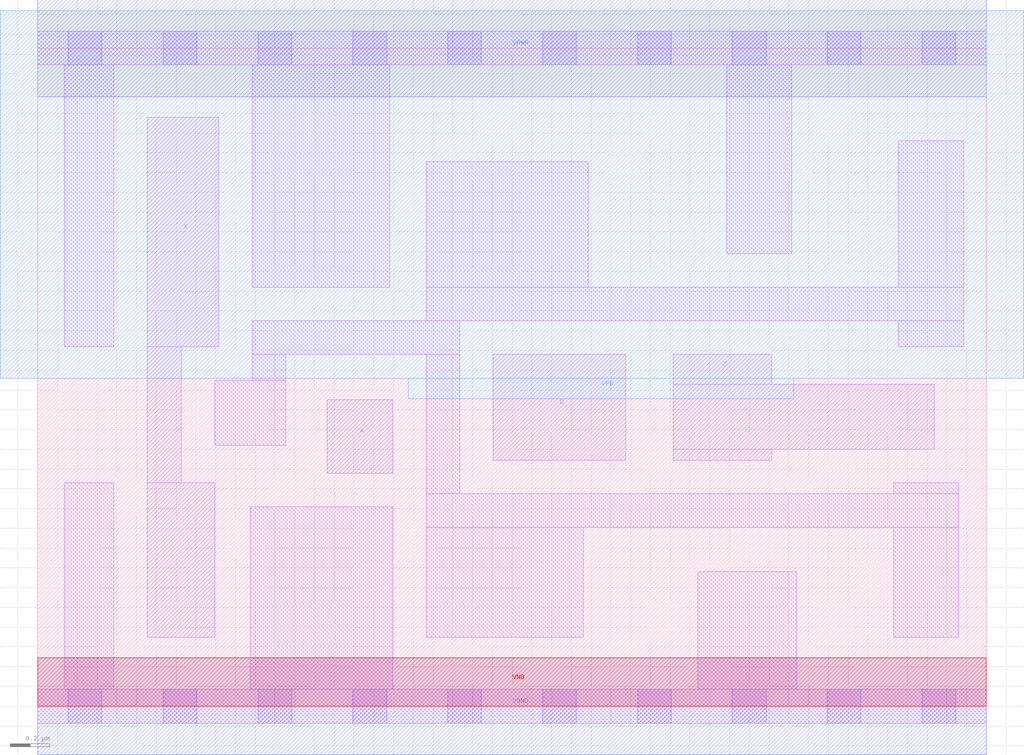
<source format=lef>
# Copyright 2020 The SkyWater PDK Authors
#
# Licensed under the Apache License, Version 2.0 (the "License");
# you may not use this file except in compliance with the License.
# You may obtain a copy of the License at
#
#     https://www.apache.org/licenses/LICENSE-2.0
#
# Unless required by applicable law or agreed to in writing, software
# distributed under the License is distributed on an "AS IS" BASIS,
# WITHOUT WARRANTIES OR CONDITIONS OF ANY KIND, either express or implied.
# See the License for the specific language governing permissions and
# limitations under the License.
#
# SPDX-License-Identifier: Apache-2.0

VERSION 5.7 ;
  NOWIREEXTENSIONATPIN ON ;
  DIVIDERCHAR "/" ;
  BUSBITCHARS "[]" ;
MACRO sky130_fd_sc_ls__maj3_2
  CLASS CORE ;
  FOREIGN sky130_fd_sc_ls__maj3_2 ;
  ORIGIN  0.000000  0.000000 ;
  SIZE  4.800000 BY  3.330000 ;
  SYMMETRY X Y ;
  SITE unit ;
  PIN A
    ANTENNAGATEAREA  0.522000 ;
    DIRECTION INPUT ;
    USE SIGNAL ;
    PORT
      LAYER li1 ;
        RECT 1.465000 1.180000 1.795000 1.550000 ;
    END
  END A
  PIN B
    ANTENNAGATEAREA  0.522000 ;
    DIRECTION INPUT ;
    USE SIGNAL ;
    PORT
      LAYER li1 ;
        RECT 2.305000 1.245000 2.975000 1.780000 ;
    END
  END B
  PIN C
    ANTENNAGATEAREA  0.522000 ;
    DIRECTION INPUT ;
    USE SIGNAL ;
    PORT
      LAYER li1 ;
        RECT 3.215000 1.245000 3.715000 1.300000 ;
        RECT 3.215000 1.300000 4.535000 1.630000 ;
        RECT 3.215000 1.630000 3.715000 1.780000 ;
    END
  END C
  PIN X
    ANTENNADIFFAREA  0.543200 ;
    DIRECTION OUTPUT ;
    USE SIGNAL ;
    PORT
      LAYER li1 ;
        RECT 0.555000 0.350000 0.895000 1.130000 ;
        RECT 0.555000 1.130000 0.725000 1.820000 ;
        RECT 0.555000 1.820000 0.915000 2.980000 ;
    END
  END X
  PIN VGND
    DIRECTION INOUT ;
    SHAPE ABUTMENT ;
    USE GROUND ;
    PORT
      LAYER met1 ;
        RECT 0.000000 -0.245000 4.800000 0.245000 ;
    END
  END VGND
  PIN VNB
    DIRECTION INOUT ;
    USE GROUND ;
    PORT
      LAYER pwell ;
        RECT 0.000000 0.000000 4.800000 0.245000 ;
    END
  END VNB
  PIN VPB
    DIRECTION INOUT ;
    USE POWER ;
    PORT
      LAYER nwell ;
        RECT -0.190000 1.660000 4.990000 3.520000 ;
        RECT  1.875000 1.555000 3.825000 1.660000 ;
    END
  END VPB
  PIN VPWR
    DIRECTION INOUT ;
    SHAPE ABUTMENT ;
    USE POWER ;
    PORT
      LAYER met1 ;
        RECT 0.000000 3.085000 4.800000 3.575000 ;
    END
  END VPWR
  OBS
    LAYER li1 ;
      RECT 0.000000 -0.085000 4.800000 0.085000 ;
      RECT 0.000000  3.245000 4.800000 3.415000 ;
      RECT 0.135000  0.085000 0.385000 1.130000 ;
      RECT 0.135000  1.820000 0.385000 3.245000 ;
      RECT 0.895000  1.320000 1.255000 1.650000 ;
      RECT 1.075000  0.085000 1.795000 1.010000 ;
      RECT 1.085000  1.650000 1.255000 1.780000 ;
      RECT 1.085000  1.780000 2.135000 1.950000 ;
      RECT 1.085000  2.120000 1.780000 3.245000 ;
      RECT 1.965000  0.350000 2.760000 0.905000 ;
      RECT 1.965000  0.905000 4.660000 1.075000 ;
      RECT 1.965000  1.075000 2.135000 1.780000 ;
      RECT 1.965000  1.950000 4.685000 2.120000 ;
      RECT 1.965000  2.120000 2.785000 2.755000 ;
      RECT 3.340000  0.085000 3.840000 0.680000 ;
      RECT 3.485000  2.290000 3.815000 3.245000 ;
      RECT 4.330000  0.350000 4.660000 0.905000 ;
      RECT 4.330000  1.075000 4.660000 1.130000 ;
      RECT 4.355000  1.820000 4.685000 1.950000 ;
      RECT 4.355000  2.120000 4.685000 2.860000 ;
    LAYER mcon ;
      RECT 0.155000 -0.085000 0.325000 0.085000 ;
      RECT 0.155000  3.245000 0.325000 3.415000 ;
      RECT 0.635000 -0.085000 0.805000 0.085000 ;
      RECT 0.635000  3.245000 0.805000 3.415000 ;
      RECT 1.115000 -0.085000 1.285000 0.085000 ;
      RECT 1.115000  3.245000 1.285000 3.415000 ;
      RECT 1.595000 -0.085000 1.765000 0.085000 ;
      RECT 1.595000  3.245000 1.765000 3.415000 ;
      RECT 2.075000 -0.085000 2.245000 0.085000 ;
      RECT 2.075000  3.245000 2.245000 3.415000 ;
      RECT 2.555000 -0.085000 2.725000 0.085000 ;
      RECT 2.555000  3.245000 2.725000 3.415000 ;
      RECT 3.035000 -0.085000 3.205000 0.085000 ;
      RECT 3.035000  3.245000 3.205000 3.415000 ;
      RECT 3.515000 -0.085000 3.685000 0.085000 ;
      RECT 3.515000  3.245000 3.685000 3.415000 ;
      RECT 3.995000 -0.085000 4.165000 0.085000 ;
      RECT 3.995000  3.245000 4.165000 3.415000 ;
      RECT 4.475000 -0.085000 4.645000 0.085000 ;
      RECT 4.475000  3.245000 4.645000 3.415000 ;
  END
END sky130_fd_sc_ls__maj3_2
END LIBRARY

</source>
